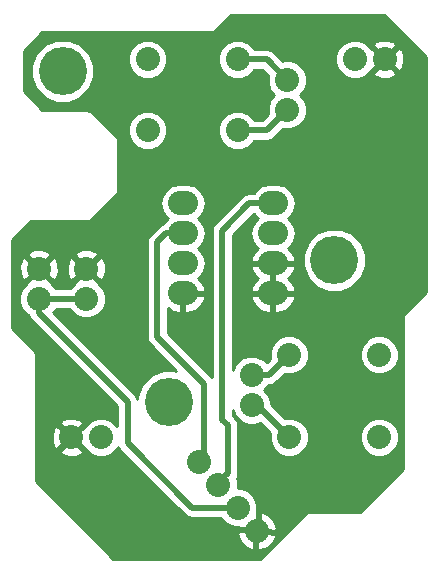
<source format=gbl>
G04 #@! TF.FileFunction,Copper,L2,Bot,Signal*
%FSLAX46Y46*%
G04 Gerber Fmt 4.6, Leading zero omitted, Abs format (unit mm)*
G04 Created by KiCad (PCBNEW 4.0.2-stable) date 05/06/2017 19:07:13*
%MOMM*%
G01*
G04 APERTURE LIST*
%ADD10C,0.100000*%
%ADD11C,2.032000*%
%ADD12O,2.540000X2.032000*%
%ADD13C,4.064000*%
%ADD14C,0.500000*%
%ADD15C,0.254000*%
G04 APERTURE END LIST*
D10*
D11*
X24000000Y-47270000D03*
X24000000Y-44730000D03*
X28000000Y-47270000D03*
X28000000Y-44730000D03*
X33190000Y-27000000D03*
X40810000Y-27000000D03*
X52810000Y-59000000D03*
X45190000Y-59000000D03*
X45190000Y-52000000D03*
X52810000Y-52000000D03*
X40810000Y-33000000D03*
X33190000Y-33000000D03*
X37550979Y-61081371D03*
X39183660Y-63027124D03*
X40816340Y-64972876D03*
X42449021Y-66918629D03*
X26730000Y-59000000D03*
X29270000Y-59000000D03*
X53270000Y-27000000D03*
X50730000Y-27000000D03*
D12*
X43810000Y-39190000D03*
X43810000Y-41730000D03*
X43810000Y-44270000D03*
X43810000Y-46810000D03*
X36190000Y-46810000D03*
X36190000Y-44270000D03*
X36190000Y-41730000D03*
X36190000Y-39190000D03*
D11*
X45000000Y-28730000D03*
X45000000Y-31270000D03*
X42000000Y-53730000D03*
X42000000Y-56270000D03*
D13*
X26000000Y-28000000D03*
X35000000Y-56000000D03*
X49000000Y-44000000D03*
D14*
X40816340Y-64972876D02*
X36972876Y-64972876D01*
X24000000Y-48500000D02*
X24000000Y-47270000D01*
X31500000Y-56000000D02*
X24000000Y-48500000D01*
X31500000Y-59500000D02*
X31500000Y-56000000D01*
X36972876Y-64972876D02*
X31500000Y-59500000D01*
X28000000Y-47270000D02*
X24000000Y-47270000D01*
X40810000Y-27000000D02*
X43270000Y-27000000D01*
X43270000Y-27000000D02*
X45000000Y-28730000D01*
X42000000Y-56270000D02*
X42460000Y-56270000D01*
X42460000Y-56270000D02*
X45190000Y-59000000D01*
X39183660Y-63027124D02*
X39183660Y-62816340D01*
X41810000Y-39190000D02*
X43810000Y-39190000D01*
X39500000Y-41500000D02*
X41810000Y-39190000D01*
X39500000Y-57500000D02*
X39500000Y-41500000D01*
X40000000Y-58000000D02*
X39500000Y-57500000D01*
X40000000Y-62000000D02*
X40000000Y-58000000D01*
X39183660Y-62816340D02*
X40000000Y-62000000D01*
X40810000Y-33000000D02*
X43270000Y-33000000D01*
X43270000Y-33000000D02*
X45000000Y-31270000D01*
X36190000Y-41730000D02*
X34770000Y-41730000D01*
X38000000Y-60632350D02*
X37550979Y-61081371D01*
X38000000Y-54500000D02*
X38000000Y-60632350D01*
X34000000Y-50500000D02*
X38000000Y-54500000D01*
X34000000Y-42500000D02*
X34000000Y-50500000D01*
X34770000Y-41730000D02*
X34000000Y-42500000D01*
X42000000Y-53730000D02*
X43460000Y-53730000D01*
X43460000Y-53730000D02*
X45190000Y-52000000D01*
D15*
G36*
X56790000Y-46705908D02*
X54997954Y-48497954D01*
X54931816Y-48596937D01*
X54931816Y-27268358D01*
X54908014Y-26611981D01*
X54702622Y-26116120D01*
X54434107Y-26015498D01*
X54254502Y-26195103D01*
X54254502Y-25835893D01*
X54153880Y-25567378D01*
X53538358Y-25338184D01*
X52881981Y-25361986D01*
X52386120Y-25567378D01*
X52285498Y-25835893D01*
X53270000Y-26820395D01*
X54254502Y-25835893D01*
X54254502Y-26195103D01*
X53449605Y-27000000D01*
X54434107Y-27984502D01*
X54702622Y-27883880D01*
X54931816Y-27268358D01*
X54931816Y-48596937D01*
X54844046Y-48728295D01*
X54790000Y-49000000D01*
X54790000Y-61705908D01*
X54461286Y-62034622D01*
X54461286Y-58673037D01*
X54461286Y-51673037D01*
X54254502Y-51172580D01*
X54254502Y-28164107D01*
X53270000Y-27179605D01*
X53090395Y-27359210D01*
X53090395Y-27000000D01*
X52105893Y-26015498D01*
X52087083Y-26022546D01*
X51666437Y-25601166D01*
X51059845Y-25349287D01*
X50403037Y-25348714D01*
X49796005Y-25599534D01*
X49331166Y-26063563D01*
X49079287Y-26670155D01*
X49078714Y-27326963D01*
X49329534Y-27933995D01*
X49793563Y-28398834D01*
X50400155Y-28650713D01*
X51056963Y-28651286D01*
X51663995Y-28400466D01*
X52087565Y-27977633D01*
X52105893Y-27984502D01*
X53090395Y-27000000D01*
X53090395Y-27359210D01*
X52285498Y-28164107D01*
X52386120Y-28432622D01*
X53001642Y-28661816D01*
X53658019Y-28638014D01*
X54153880Y-28432622D01*
X54254502Y-28164107D01*
X54254502Y-51172580D01*
X54210466Y-51066005D01*
X53746437Y-50601166D01*
X53139845Y-50349287D01*
X52483037Y-50348714D01*
X51876005Y-50599534D01*
X51667461Y-50807714D01*
X51667461Y-43471828D01*
X51262290Y-42491240D01*
X50512706Y-41740346D01*
X49532826Y-41333465D01*
X48471828Y-41332539D01*
X47491240Y-41737710D01*
X46740346Y-42487294D01*
X46651286Y-42701774D01*
X46651286Y-30943037D01*
X46400466Y-30336005D01*
X46064867Y-29999821D01*
X46398834Y-29666437D01*
X46650713Y-29059845D01*
X46651286Y-28403037D01*
X46400466Y-27796005D01*
X45936437Y-27331166D01*
X45329845Y-27079287D01*
X44673037Y-27078714D01*
X44621562Y-27099982D01*
X43895790Y-26374210D01*
X43608675Y-26182367D01*
X43552484Y-26171189D01*
X43270000Y-26114999D01*
X43269994Y-26115000D01*
X42230710Y-26115000D01*
X42210466Y-26066005D01*
X41746437Y-25601166D01*
X41139845Y-25349287D01*
X40483037Y-25348714D01*
X39876005Y-25599534D01*
X39411166Y-26063563D01*
X39159287Y-26670155D01*
X39158714Y-27326963D01*
X39409534Y-27933995D01*
X39873563Y-28398834D01*
X40480155Y-28650713D01*
X41136963Y-28651286D01*
X41743995Y-28400466D01*
X42208834Y-27936437D01*
X42230192Y-27885000D01*
X42903420Y-27885000D01*
X43369616Y-28351196D01*
X43349287Y-28400155D01*
X43348714Y-29056963D01*
X43599534Y-29663995D01*
X43935132Y-30000178D01*
X43601166Y-30333563D01*
X43349287Y-30940155D01*
X43348714Y-31596963D01*
X43369982Y-31648437D01*
X42903420Y-32115000D01*
X42230710Y-32115000D01*
X42210466Y-32066005D01*
X41746437Y-31601166D01*
X41139845Y-31349287D01*
X40483037Y-31348714D01*
X39876005Y-31599534D01*
X39411166Y-32063563D01*
X39159287Y-32670155D01*
X39158714Y-33326963D01*
X39409534Y-33933995D01*
X39873563Y-34398834D01*
X40480155Y-34650713D01*
X41136963Y-34651286D01*
X41743995Y-34400466D01*
X42208834Y-33936437D01*
X42230192Y-33885000D01*
X43269994Y-33885000D01*
X43270000Y-33885001D01*
X43270000Y-33885000D01*
X43552484Y-33828810D01*
X43608674Y-33817633D01*
X43608675Y-33817633D01*
X43895790Y-33625790D01*
X44621196Y-32900383D01*
X44670155Y-32920713D01*
X45326963Y-32921286D01*
X45933995Y-32670466D01*
X46398834Y-32206437D01*
X46650713Y-31599845D01*
X46651286Y-30943037D01*
X46651286Y-42701774D01*
X46333465Y-43467174D01*
X46332539Y-44528172D01*
X46737710Y-45508760D01*
X47487294Y-46259654D01*
X48467174Y-46666535D01*
X49528172Y-46667461D01*
X50508760Y-46262290D01*
X51259654Y-45512706D01*
X51666535Y-44532826D01*
X51667461Y-43471828D01*
X51667461Y-50807714D01*
X51411166Y-51063563D01*
X51159287Y-51670155D01*
X51158714Y-52326963D01*
X51409534Y-52933995D01*
X51873563Y-53398834D01*
X52480155Y-53650713D01*
X53136963Y-53651286D01*
X53743995Y-53400466D01*
X54208834Y-52936437D01*
X54460713Y-52329845D01*
X54461286Y-51673037D01*
X54461286Y-58673037D01*
X54210466Y-58066005D01*
X53746437Y-57601166D01*
X53139845Y-57349287D01*
X52483037Y-57348714D01*
X51876005Y-57599534D01*
X51411166Y-58063563D01*
X51159287Y-58670155D01*
X51158714Y-59326963D01*
X51409534Y-59933995D01*
X51873563Y-60398834D01*
X52480155Y-60650713D01*
X53136963Y-60651286D01*
X53743995Y-60400466D01*
X54208834Y-59936437D01*
X54460713Y-59329845D01*
X54461286Y-58673037D01*
X54461286Y-62034622D01*
X53997954Y-62497954D01*
X53997951Y-62497957D01*
X51205908Y-65290000D01*
X47000000Y-65290000D01*
X46841286Y-65321570D01*
X46841286Y-58673037D01*
X46590466Y-58066005D01*
X46126437Y-57601166D01*
X45519845Y-57349287D01*
X44863037Y-57348714D01*
X44811562Y-57369982D01*
X43651053Y-56209473D01*
X43651286Y-55943037D01*
X43400466Y-55336005D01*
X43064867Y-54999821D01*
X43398834Y-54666437D01*
X43420192Y-54615000D01*
X43459994Y-54615000D01*
X43460000Y-54615001D01*
X43460000Y-54615000D01*
X43742484Y-54558810D01*
X43798674Y-54547633D01*
X43798675Y-54547633D01*
X44085790Y-54355790D01*
X44811196Y-53630383D01*
X44860155Y-53650713D01*
X45516963Y-53651286D01*
X46123995Y-53400466D01*
X46588834Y-52936437D01*
X46840713Y-52329845D01*
X46841286Y-51673037D01*
X46590466Y-51066005D01*
X46126437Y-50601166D01*
X45669975Y-50411626D01*
X45669975Y-47192944D01*
X45669975Y-46427056D01*
X45637926Y-46295523D01*
X45321236Y-45732370D01*
X45076326Y-45540000D01*
X45321236Y-45347630D01*
X45637926Y-44784477D01*
X45669975Y-44652944D01*
X45550835Y-44397000D01*
X43937000Y-44397000D01*
X43937000Y-45159000D01*
X43937000Y-45921000D01*
X43937000Y-46683000D01*
X45550835Y-46683000D01*
X45669975Y-46427056D01*
X45669975Y-47192944D01*
X45550835Y-46937000D01*
X43937000Y-46937000D01*
X43937000Y-48461000D01*
X44191000Y-48461000D01*
X44813143Y-48286724D01*
X45321236Y-47887630D01*
X45637926Y-47324477D01*
X45669975Y-47192944D01*
X45669975Y-50411626D01*
X45519845Y-50349287D01*
X44863037Y-50348714D01*
X44256005Y-50599534D01*
X43791166Y-51063563D01*
X43683000Y-51324055D01*
X43683000Y-48461000D01*
X43683000Y-46937000D01*
X43683000Y-46683000D01*
X43683000Y-45921000D01*
X43683000Y-45159000D01*
X43683000Y-44397000D01*
X42069165Y-44397000D01*
X41950025Y-44652944D01*
X41982074Y-44784477D01*
X42298764Y-45347630D01*
X42543673Y-45540000D01*
X42298764Y-45732370D01*
X41982074Y-46295523D01*
X41950025Y-46427056D01*
X42069165Y-46683000D01*
X43683000Y-46683000D01*
X43683000Y-46937000D01*
X42069165Y-46937000D01*
X41950025Y-47192944D01*
X41982074Y-47324477D01*
X42298764Y-47887630D01*
X42806857Y-48286724D01*
X43429000Y-48461000D01*
X43683000Y-48461000D01*
X43683000Y-51324055D01*
X43539287Y-51670155D01*
X43538714Y-52326963D01*
X43559982Y-52378437D01*
X43271553Y-52666867D01*
X42936437Y-52331166D01*
X42329845Y-52079287D01*
X41673037Y-52078714D01*
X41066005Y-52329534D01*
X40601166Y-52793563D01*
X40385000Y-53314148D01*
X40385000Y-41866579D01*
X42168157Y-40083421D01*
X42351246Y-40357433D01*
X42504748Y-40460000D01*
X42351246Y-40562567D01*
X41993354Y-41098190D01*
X41867679Y-41730000D01*
X41993354Y-42361810D01*
X42351246Y-42897433D01*
X42525781Y-43014053D01*
X42298764Y-43192370D01*
X41982074Y-43755523D01*
X41950025Y-43887056D01*
X42069165Y-44143000D01*
X43683000Y-44143000D01*
X43683000Y-44123000D01*
X43937000Y-44123000D01*
X43937000Y-44143000D01*
X45550835Y-44143000D01*
X45669975Y-43887056D01*
X45637926Y-43755523D01*
X45321236Y-43192370D01*
X45094218Y-43014053D01*
X45268754Y-42897433D01*
X45626646Y-42361810D01*
X45752321Y-41730000D01*
X45626646Y-41098190D01*
X45268754Y-40562567D01*
X45115251Y-40460000D01*
X45268754Y-40357433D01*
X45626646Y-39821810D01*
X45752321Y-39190000D01*
X45626646Y-38558190D01*
X45268754Y-38022567D01*
X44733131Y-37664675D01*
X44101321Y-37539000D01*
X43518679Y-37539000D01*
X42886869Y-37664675D01*
X42351246Y-38022567D01*
X42162530Y-38305000D01*
X41810000Y-38305000D01*
X41471325Y-38372367D01*
X41184210Y-38564210D01*
X41184207Y-38564213D01*
X38874210Y-40874210D01*
X38682367Y-41161325D01*
X38671189Y-41217515D01*
X38614999Y-41500000D01*
X38615000Y-41500005D01*
X38615000Y-53863420D01*
X38049975Y-53298395D01*
X38049975Y-47192944D01*
X37930835Y-46937000D01*
X36317000Y-46937000D01*
X36317000Y-48461000D01*
X36571000Y-48461000D01*
X37193143Y-48286724D01*
X37701236Y-47887630D01*
X38017926Y-47324477D01*
X38049975Y-47192944D01*
X38049975Y-53298395D01*
X34885000Y-50133420D01*
X34885000Y-48049623D01*
X35186857Y-48286724D01*
X35809000Y-48461000D01*
X36063000Y-48461000D01*
X36063000Y-46937000D01*
X36043000Y-46937000D01*
X36043000Y-46683000D01*
X36063000Y-46683000D01*
X36063000Y-46663000D01*
X36317000Y-46663000D01*
X36317000Y-46683000D01*
X37930835Y-46683000D01*
X38049975Y-46427056D01*
X38017926Y-46295523D01*
X37701236Y-45732370D01*
X37474218Y-45554053D01*
X37648754Y-45437433D01*
X38006646Y-44901810D01*
X38132321Y-44270000D01*
X38006646Y-43638190D01*
X37648754Y-43102567D01*
X37495251Y-43000000D01*
X37648754Y-42897433D01*
X38006646Y-42361810D01*
X38132321Y-41730000D01*
X38006646Y-41098190D01*
X37648754Y-40562567D01*
X37495251Y-40460000D01*
X37648754Y-40357433D01*
X38006646Y-39821810D01*
X38132321Y-39190000D01*
X38006646Y-38558190D01*
X37648754Y-38022567D01*
X37113131Y-37664675D01*
X36481321Y-37539000D01*
X35898679Y-37539000D01*
X35266869Y-37664675D01*
X34841286Y-37949040D01*
X34841286Y-32673037D01*
X34841286Y-26673037D01*
X34590466Y-26066005D01*
X34126437Y-25601166D01*
X33519845Y-25349287D01*
X32863037Y-25348714D01*
X32256005Y-25599534D01*
X31791166Y-26063563D01*
X31539287Y-26670155D01*
X31538714Y-27326963D01*
X31789534Y-27933995D01*
X32253563Y-28398834D01*
X32860155Y-28650713D01*
X33516963Y-28651286D01*
X34123995Y-28400466D01*
X34588834Y-27936437D01*
X34840713Y-27329845D01*
X34841286Y-26673037D01*
X34841286Y-32673037D01*
X34590466Y-32066005D01*
X34126437Y-31601166D01*
X33519845Y-31349287D01*
X32863037Y-31348714D01*
X32256005Y-31599534D01*
X31791166Y-32063563D01*
X31539287Y-32670155D01*
X31538714Y-33326963D01*
X31789534Y-33933995D01*
X32253563Y-34398834D01*
X32860155Y-34650713D01*
X33516963Y-34651286D01*
X34123995Y-34400466D01*
X34588834Y-33936437D01*
X34840713Y-33329845D01*
X34841286Y-32673037D01*
X34841286Y-37949040D01*
X34731246Y-38022567D01*
X34373354Y-38558190D01*
X34247679Y-39190000D01*
X34373354Y-39821810D01*
X34731246Y-40357433D01*
X34884748Y-40460000D01*
X34731246Y-40562567D01*
X34507663Y-40897182D01*
X34431325Y-40912367D01*
X34144210Y-41104210D01*
X34144207Y-41104213D01*
X33374210Y-41874210D01*
X33182367Y-42161325D01*
X33171189Y-42217515D01*
X33114999Y-42500000D01*
X33115000Y-42500005D01*
X33115000Y-50499994D01*
X33114999Y-50500000D01*
X33171189Y-50782484D01*
X33182367Y-50838675D01*
X33374210Y-51125790D01*
X35616722Y-53368301D01*
X35532826Y-53333465D01*
X34471828Y-53332539D01*
X33491240Y-53737710D01*
X32740346Y-54487294D01*
X32333465Y-55467174D01*
X32333227Y-55739721D01*
X32317633Y-55661325D01*
X32125790Y-55374210D01*
X32125786Y-55374207D01*
X29661816Y-52910236D01*
X29661816Y-44998358D01*
X29638014Y-44341981D01*
X29432622Y-43846120D01*
X29164107Y-43745498D01*
X28984502Y-43925103D01*
X28984502Y-43565893D01*
X28883880Y-43297378D01*
X28268358Y-43068184D01*
X27611981Y-43091986D01*
X27116120Y-43297378D01*
X27015498Y-43565893D01*
X28000000Y-44550395D01*
X28984502Y-43565893D01*
X28984502Y-43925103D01*
X28179605Y-44730000D01*
X29164107Y-45714502D01*
X29432622Y-45613880D01*
X29661816Y-44998358D01*
X29661816Y-52910236D01*
X25178233Y-48426653D01*
X25398834Y-48206437D01*
X25420192Y-48155000D01*
X26579289Y-48155000D01*
X26599534Y-48203995D01*
X27063563Y-48668834D01*
X27670155Y-48920713D01*
X28326963Y-48921286D01*
X28933995Y-48670466D01*
X29398834Y-48206437D01*
X29650713Y-47599845D01*
X29651286Y-46943037D01*
X29400466Y-46336005D01*
X28977633Y-45912434D01*
X28984502Y-45894107D01*
X28000000Y-44909605D01*
X27820395Y-45089210D01*
X27820395Y-44730000D01*
X26835893Y-43745498D01*
X26567378Y-43846120D01*
X26338184Y-44461642D01*
X26361986Y-45118019D01*
X26567378Y-45613880D01*
X26835893Y-45714502D01*
X27820395Y-44730000D01*
X27820395Y-45089210D01*
X27015498Y-45894107D01*
X27022546Y-45912916D01*
X26601166Y-46333563D01*
X26579807Y-46385000D01*
X25661816Y-46385000D01*
X25661816Y-44998358D01*
X25638014Y-44341981D01*
X25432622Y-43846120D01*
X25164107Y-43745498D01*
X24984502Y-43925103D01*
X24984502Y-43565893D01*
X24883880Y-43297378D01*
X24268358Y-43068184D01*
X23611981Y-43091986D01*
X23116120Y-43297378D01*
X23015498Y-43565893D01*
X24000000Y-44550395D01*
X24984502Y-43565893D01*
X24984502Y-43925103D01*
X24179605Y-44730000D01*
X25164107Y-45714502D01*
X25432622Y-45613880D01*
X25661816Y-44998358D01*
X25661816Y-46385000D01*
X25420710Y-46385000D01*
X25400466Y-46336005D01*
X24977633Y-45912434D01*
X24984502Y-45894107D01*
X24000000Y-44909605D01*
X23820395Y-45089210D01*
X23820395Y-44730000D01*
X22835893Y-43745498D01*
X22567378Y-43846120D01*
X22338184Y-44461642D01*
X22361986Y-45118019D01*
X22567378Y-45613880D01*
X22835893Y-45714502D01*
X23820395Y-44730000D01*
X23820395Y-45089210D01*
X23015498Y-45894107D01*
X23022546Y-45912916D01*
X22601166Y-46333563D01*
X22349287Y-46940155D01*
X22348714Y-47596963D01*
X22599534Y-48203995D01*
X23063563Y-48668834D01*
X23156237Y-48707315D01*
X23171189Y-48782484D01*
X23182367Y-48838675D01*
X23374210Y-49125790D01*
X30615000Y-56366579D01*
X30615000Y-58010442D01*
X30206437Y-57601166D01*
X29599845Y-57349287D01*
X28943037Y-57348714D01*
X28336005Y-57599534D01*
X27912434Y-58022366D01*
X27894107Y-58015498D01*
X27714502Y-58195103D01*
X27714502Y-57835893D01*
X27613880Y-57567378D01*
X26998358Y-57338184D01*
X26341981Y-57361986D01*
X25846120Y-57567378D01*
X25745498Y-57835893D01*
X26730000Y-58820395D01*
X27714502Y-57835893D01*
X27714502Y-58195103D01*
X26909605Y-59000000D01*
X27894107Y-59984502D01*
X27912916Y-59977453D01*
X28333563Y-60398834D01*
X28940155Y-60650713D01*
X29596963Y-60651286D01*
X30203995Y-60400466D01*
X30668834Y-59936437D01*
X30699056Y-59863652D01*
X30874210Y-60125790D01*
X36347083Y-65598662D01*
X36347086Y-65598666D01*
X36634201Y-65790509D01*
X36972876Y-65857876D01*
X39395629Y-65857876D01*
X39415874Y-65906871D01*
X39879903Y-66371710D01*
X40486495Y-66623589D01*
X40933956Y-66623979D01*
X40946575Y-66659697D01*
X42112484Y-66761700D01*
X42255272Y-66904488D01*
X42434880Y-66724880D01*
X42346241Y-66636241D01*
X42454920Y-65394046D01*
X42434030Y-65382247D01*
X42467053Y-65302721D01*
X42467626Y-64645913D01*
X42216806Y-64038881D01*
X41752777Y-63574042D01*
X41146185Y-63322163D01*
X40834403Y-63321891D01*
X40834946Y-62700161D01*
X40736039Y-62460788D01*
X40817633Y-62338675D01*
X40885000Y-62000000D01*
X40885001Y-62000000D01*
X40885000Y-61999994D01*
X40885000Y-58000000D01*
X40884999Y-57999999D01*
X40885000Y-57999999D01*
X40817633Y-57661325D01*
X40625790Y-57374210D01*
X40625786Y-57374207D01*
X40385000Y-57133420D01*
X40385000Y-56684782D01*
X40599534Y-57203995D01*
X41063563Y-57668834D01*
X41670155Y-57920713D01*
X42326963Y-57921286D01*
X42703942Y-57765521D01*
X43559616Y-58621195D01*
X43539287Y-58670155D01*
X43538714Y-59326963D01*
X43789534Y-59933995D01*
X44253563Y-60398834D01*
X44860155Y-60650713D01*
X45516963Y-60651286D01*
X46123995Y-60400466D01*
X46588834Y-59936437D01*
X46840713Y-59329845D01*
X46841286Y-58673037D01*
X46841286Y-65321570D01*
X46728295Y-65344046D01*
X46497954Y-65497954D01*
X44114620Y-67881288D01*
X44114620Y-66674849D01*
X43894543Y-66056008D01*
X43454399Y-65568494D01*
X42978326Y-65320666D01*
X42707953Y-65416183D01*
X42586607Y-66803181D01*
X43973604Y-66924528D01*
X44114620Y-66674849D01*
X44114620Y-67881288D01*
X44046984Y-67948924D01*
X44046984Y-67447934D01*
X43951467Y-67177561D01*
X42564469Y-67056215D01*
X42443122Y-68443212D01*
X42692801Y-68584228D01*
X43311642Y-68364151D01*
X43799156Y-67924007D01*
X44046984Y-67447934D01*
X44046984Y-67948924D01*
X42705908Y-69290000D01*
X42311435Y-69290000D01*
X42311435Y-67034077D01*
X40924438Y-66912730D01*
X40783422Y-67162409D01*
X41003499Y-67781250D01*
X41443643Y-68268764D01*
X41919716Y-68516592D01*
X42190089Y-68421075D01*
X42311435Y-67034077D01*
X42311435Y-69290000D01*
X40000000Y-69290000D01*
X30294091Y-69290000D01*
X27714502Y-66710410D01*
X27714502Y-60164107D01*
X26730000Y-59179605D01*
X26550395Y-59359210D01*
X26550395Y-59000000D01*
X25565893Y-58015498D01*
X25297378Y-58116120D01*
X25068184Y-58731642D01*
X25091986Y-59388019D01*
X25297378Y-59883880D01*
X25565893Y-59984502D01*
X26550395Y-59000000D01*
X26550395Y-59359210D01*
X25745498Y-60164107D01*
X25846120Y-60432622D01*
X26461642Y-60661816D01*
X27118019Y-60638014D01*
X27613880Y-60432622D01*
X27714502Y-60164107D01*
X27714502Y-66710410D01*
X23710000Y-62705908D01*
X23710000Y-52000000D01*
X23655954Y-51728295D01*
X23502046Y-51497954D01*
X21710000Y-49705908D01*
X21710000Y-42294092D01*
X23294092Y-40710000D01*
X27000000Y-40710000D01*
X28000000Y-40710000D01*
X28271705Y-40655954D01*
X28502046Y-40502046D01*
X30502046Y-38502046D01*
X30655954Y-38271705D01*
X30710000Y-38000000D01*
X30710000Y-34000000D01*
X30655954Y-33728295D01*
X30502046Y-33497954D01*
X28667461Y-31663369D01*
X28667461Y-27471828D01*
X28262290Y-26491240D01*
X27512706Y-25740346D01*
X26532826Y-25333465D01*
X25471828Y-25332539D01*
X24491240Y-25737710D01*
X23740346Y-26487294D01*
X23333465Y-27467174D01*
X23332539Y-28528172D01*
X23737710Y-29508760D01*
X24487294Y-30259654D01*
X25467174Y-30666535D01*
X26528172Y-30667461D01*
X27508760Y-30262290D01*
X28259654Y-29512706D01*
X28666535Y-28532826D01*
X28667461Y-27471828D01*
X28667461Y-31663369D01*
X28502046Y-31497954D01*
X28271705Y-31344046D01*
X28000000Y-31290000D01*
X26000000Y-31290000D01*
X24294092Y-31290000D01*
X22710000Y-29705908D01*
X22710000Y-26294092D01*
X24294092Y-24710000D01*
X38500000Y-24710000D01*
X38771705Y-24655954D01*
X39002046Y-24502046D01*
X40294092Y-23210000D01*
X53205908Y-23210000D01*
X55997951Y-26002042D01*
X55997954Y-26002046D01*
X56790000Y-26794091D01*
X56790000Y-46705908D01*
X56790000Y-46705908D01*
G37*
X56790000Y-46705908D02*
X54997954Y-48497954D01*
X54931816Y-48596937D01*
X54931816Y-27268358D01*
X54908014Y-26611981D01*
X54702622Y-26116120D01*
X54434107Y-26015498D01*
X54254502Y-26195103D01*
X54254502Y-25835893D01*
X54153880Y-25567378D01*
X53538358Y-25338184D01*
X52881981Y-25361986D01*
X52386120Y-25567378D01*
X52285498Y-25835893D01*
X53270000Y-26820395D01*
X54254502Y-25835893D01*
X54254502Y-26195103D01*
X53449605Y-27000000D01*
X54434107Y-27984502D01*
X54702622Y-27883880D01*
X54931816Y-27268358D01*
X54931816Y-48596937D01*
X54844046Y-48728295D01*
X54790000Y-49000000D01*
X54790000Y-61705908D01*
X54461286Y-62034622D01*
X54461286Y-58673037D01*
X54461286Y-51673037D01*
X54254502Y-51172580D01*
X54254502Y-28164107D01*
X53270000Y-27179605D01*
X53090395Y-27359210D01*
X53090395Y-27000000D01*
X52105893Y-26015498D01*
X52087083Y-26022546D01*
X51666437Y-25601166D01*
X51059845Y-25349287D01*
X50403037Y-25348714D01*
X49796005Y-25599534D01*
X49331166Y-26063563D01*
X49079287Y-26670155D01*
X49078714Y-27326963D01*
X49329534Y-27933995D01*
X49793563Y-28398834D01*
X50400155Y-28650713D01*
X51056963Y-28651286D01*
X51663995Y-28400466D01*
X52087565Y-27977633D01*
X52105893Y-27984502D01*
X53090395Y-27000000D01*
X53090395Y-27359210D01*
X52285498Y-28164107D01*
X52386120Y-28432622D01*
X53001642Y-28661816D01*
X53658019Y-28638014D01*
X54153880Y-28432622D01*
X54254502Y-28164107D01*
X54254502Y-51172580D01*
X54210466Y-51066005D01*
X53746437Y-50601166D01*
X53139845Y-50349287D01*
X52483037Y-50348714D01*
X51876005Y-50599534D01*
X51667461Y-50807714D01*
X51667461Y-43471828D01*
X51262290Y-42491240D01*
X50512706Y-41740346D01*
X49532826Y-41333465D01*
X48471828Y-41332539D01*
X47491240Y-41737710D01*
X46740346Y-42487294D01*
X46651286Y-42701774D01*
X46651286Y-30943037D01*
X46400466Y-30336005D01*
X46064867Y-29999821D01*
X46398834Y-29666437D01*
X46650713Y-29059845D01*
X46651286Y-28403037D01*
X46400466Y-27796005D01*
X45936437Y-27331166D01*
X45329845Y-27079287D01*
X44673037Y-27078714D01*
X44621562Y-27099982D01*
X43895790Y-26374210D01*
X43608675Y-26182367D01*
X43552484Y-26171189D01*
X43270000Y-26114999D01*
X43269994Y-26115000D01*
X42230710Y-26115000D01*
X42210466Y-26066005D01*
X41746437Y-25601166D01*
X41139845Y-25349287D01*
X40483037Y-25348714D01*
X39876005Y-25599534D01*
X39411166Y-26063563D01*
X39159287Y-26670155D01*
X39158714Y-27326963D01*
X39409534Y-27933995D01*
X39873563Y-28398834D01*
X40480155Y-28650713D01*
X41136963Y-28651286D01*
X41743995Y-28400466D01*
X42208834Y-27936437D01*
X42230192Y-27885000D01*
X42903420Y-27885000D01*
X43369616Y-28351196D01*
X43349287Y-28400155D01*
X43348714Y-29056963D01*
X43599534Y-29663995D01*
X43935132Y-30000178D01*
X43601166Y-30333563D01*
X43349287Y-30940155D01*
X43348714Y-31596963D01*
X43369982Y-31648437D01*
X42903420Y-32115000D01*
X42230710Y-32115000D01*
X42210466Y-32066005D01*
X41746437Y-31601166D01*
X41139845Y-31349287D01*
X40483037Y-31348714D01*
X39876005Y-31599534D01*
X39411166Y-32063563D01*
X39159287Y-32670155D01*
X39158714Y-33326963D01*
X39409534Y-33933995D01*
X39873563Y-34398834D01*
X40480155Y-34650713D01*
X41136963Y-34651286D01*
X41743995Y-34400466D01*
X42208834Y-33936437D01*
X42230192Y-33885000D01*
X43269994Y-33885000D01*
X43270000Y-33885001D01*
X43270000Y-33885000D01*
X43552484Y-33828810D01*
X43608674Y-33817633D01*
X43608675Y-33817633D01*
X43895790Y-33625790D01*
X44621196Y-32900383D01*
X44670155Y-32920713D01*
X45326963Y-32921286D01*
X45933995Y-32670466D01*
X46398834Y-32206437D01*
X46650713Y-31599845D01*
X46651286Y-30943037D01*
X46651286Y-42701774D01*
X46333465Y-43467174D01*
X46332539Y-44528172D01*
X46737710Y-45508760D01*
X47487294Y-46259654D01*
X48467174Y-46666535D01*
X49528172Y-46667461D01*
X50508760Y-46262290D01*
X51259654Y-45512706D01*
X51666535Y-44532826D01*
X51667461Y-43471828D01*
X51667461Y-50807714D01*
X51411166Y-51063563D01*
X51159287Y-51670155D01*
X51158714Y-52326963D01*
X51409534Y-52933995D01*
X51873563Y-53398834D01*
X52480155Y-53650713D01*
X53136963Y-53651286D01*
X53743995Y-53400466D01*
X54208834Y-52936437D01*
X54460713Y-52329845D01*
X54461286Y-51673037D01*
X54461286Y-58673037D01*
X54210466Y-58066005D01*
X53746437Y-57601166D01*
X53139845Y-57349287D01*
X52483037Y-57348714D01*
X51876005Y-57599534D01*
X51411166Y-58063563D01*
X51159287Y-58670155D01*
X51158714Y-59326963D01*
X51409534Y-59933995D01*
X51873563Y-60398834D01*
X52480155Y-60650713D01*
X53136963Y-60651286D01*
X53743995Y-60400466D01*
X54208834Y-59936437D01*
X54460713Y-59329845D01*
X54461286Y-58673037D01*
X54461286Y-62034622D01*
X53997954Y-62497954D01*
X53997951Y-62497957D01*
X51205908Y-65290000D01*
X47000000Y-65290000D01*
X46841286Y-65321570D01*
X46841286Y-58673037D01*
X46590466Y-58066005D01*
X46126437Y-57601166D01*
X45519845Y-57349287D01*
X44863037Y-57348714D01*
X44811562Y-57369982D01*
X43651053Y-56209473D01*
X43651286Y-55943037D01*
X43400466Y-55336005D01*
X43064867Y-54999821D01*
X43398834Y-54666437D01*
X43420192Y-54615000D01*
X43459994Y-54615000D01*
X43460000Y-54615001D01*
X43460000Y-54615000D01*
X43742484Y-54558810D01*
X43798674Y-54547633D01*
X43798675Y-54547633D01*
X44085790Y-54355790D01*
X44811196Y-53630383D01*
X44860155Y-53650713D01*
X45516963Y-53651286D01*
X46123995Y-53400466D01*
X46588834Y-52936437D01*
X46840713Y-52329845D01*
X46841286Y-51673037D01*
X46590466Y-51066005D01*
X46126437Y-50601166D01*
X45669975Y-50411626D01*
X45669975Y-47192944D01*
X45669975Y-46427056D01*
X45637926Y-46295523D01*
X45321236Y-45732370D01*
X45076326Y-45540000D01*
X45321236Y-45347630D01*
X45637926Y-44784477D01*
X45669975Y-44652944D01*
X45550835Y-44397000D01*
X43937000Y-44397000D01*
X43937000Y-45159000D01*
X43937000Y-45921000D01*
X43937000Y-46683000D01*
X45550835Y-46683000D01*
X45669975Y-46427056D01*
X45669975Y-47192944D01*
X45550835Y-46937000D01*
X43937000Y-46937000D01*
X43937000Y-48461000D01*
X44191000Y-48461000D01*
X44813143Y-48286724D01*
X45321236Y-47887630D01*
X45637926Y-47324477D01*
X45669975Y-47192944D01*
X45669975Y-50411626D01*
X45519845Y-50349287D01*
X44863037Y-50348714D01*
X44256005Y-50599534D01*
X43791166Y-51063563D01*
X43683000Y-51324055D01*
X43683000Y-48461000D01*
X43683000Y-46937000D01*
X43683000Y-46683000D01*
X43683000Y-45921000D01*
X43683000Y-45159000D01*
X43683000Y-44397000D01*
X42069165Y-44397000D01*
X41950025Y-44652944D01*
X41982074Y-44784477D01*
X42298764Y-45347630D01*
X42543673Y-45540000D01*
X42298764Y-45732370D01*
X41982074Y-46295523D01*
X41950025Y-46427056D01*
X42069165Y-46683000D01*
X43683000Y-46683000D01*
X43683000Y-46937000D01*
X42069165Y-46937000D01*
X41950025Y-47192944D01*
X41982074Y-47324477D01*
X42298764Y-47887630D01*
X42806857Y-48286724D01*
X43429000Y-48461000D01*
X43683000Y-48461000D01*
X43683000Y-51324055D01*
X43539287Y-51670155D01*
X43538714Y-52326963D01*
X43559982Y-52378437D01*
X43271553Y-52666867D01*
X42936437Y-52331166D01*
X42329845Y-52079287D01*
X41673037Y-52078714D01*
X41066005Y-52329534D01*
X40601166Y-52793563D01*
X40385000Y-53314148D01*
X40385000Y-41866579D01*
X42168157Y-40083421D01*
X42351246Y-40357433D01*
X42504748Y-40460000D01*
X42351246Y-40562567D01*
X41993354Y-41098190D01*
X41867679Y-41730000D01*
X41993354Y-42361810D01*
X42351246Y-42897433D01*
X42525781Y-43014053D01*
X42298764Y-43192370D01*
X41982074Y-43755523D01*
X41950025Y-43887056D01*
X42069165Y-44143000D01*
X43683000Y-44143000D01*
X43683000Y-44123000D01*
X43937000Y-44123000D01*
X43937000Y-44143000D01*
X45550835Y-44143000D01*
X45669975Y-43887056D01*
X45637926Y-43755523D01*
X45321236Y-43192370D01*
X45094218Y-43014053D01*
X45268754Y-42897433D01*
X45626646Y-42361810D01*
X45752321Y-41730000D01*
X45626646Y-41098190D01*
X45268754Y-40562567D01*
X45115251Y-40460000D01*
X45268754Y-40357433D01*
X45626646Y-39821810D01*
X45752321Y-39190000D01*
X45626646Y-38558190D01*
X45268754Y-38022567D01*
X44733131Y-37664675D01*
X44101321Y-37539000D01*
X43518679Y-37539000D01*
X42886869Y-37664675D01*
X42351246Y-38022567D01*
X42162530Y-38305000D01*
X41810000Y-38305000D01*
X41471325Y-38372367D01*
X41184210Y-38564210D01*
X41184207Y-38564213D01*
X38874210Y-40874210D01*
X38682367Y-41161325D01*
X38671189Y-41217515D01*
X38614999Y-41500000D01*
X38615000Y-41500005D01*
X38615000Y-53863420D01*
X38049975Y-53298395D01*
X38049975Y-47192944D01*
X37930835Y-46937000D01*
X36317000Y-46937000D01*
X36317000Y-48461000D01*
X36571000Y-48461000D01*
X37193143Y-48286724D01*
X37701236Y-47887630D01*
X38017926Y-47324477D01*
X38049975Y-47192944D01*
X38049975Y-53298395D01*
X34885000Y-50133420D01*
X34885000Y-48049623D01*
X35186857Y-48286724D01*
X35809000Y-48461000D01*
X36063000Y-48461000D01*
X36063000Y-46937000D01*
X36043000Y-46937000D01*
X36043000Y-46683000D01*
X36063000Y-46683000D01*
X36063000Y-46663000D01*
X36317000Y-46663000D01*
X36317000Y-46683000D01*
X37930835Y-46683000D01*
X38049975Y-46427056D01*
X38017926Y-46295523D01*
X37701236Y-45732370D01*
X37474218Y-45554053D01*
X37648754Y-45437433D01*
X38006646Y-44901810D01*
X38132321Y-44270000D01*
X38006646Y-43638190D01*
X37648754Y-43102567D01*
X37495251Y-43000000D01*
X37648754Y-42897433D01*
X38006646Y-42361810D01*
X38132321Y-41730000D01*
X38006646Y-41098190D01*
X37648754Y-40562567D01*
X37495251Y-40460000D01*
X37648754Y-40357433D01*
X38006646Y-39821810D01*
X38132321Y-39190000D01*
X38006646Y-38558190D01*
X37648754Y-38022567D01*
X37113131Y-37664675D01*
X36481321Y-37539000D01*
X35898679Y-37539000D01*
X35266869Y-37664675D01*
X34841286Y-37949040D01*
X34841286Y-32673037D01*
X34841286Y-26673037D01*
X34590466Y-26066005D01*
X34126437Y-25601166D01*
X33519845Y-25349287D01*
X32863037Y-25348714D01*
X32256005Y-25599534D01*
X31791166Y-26063563D01*
X31539287Y-26670155D01*
X31538714Y-27326963D01*
X31789534Y-27933995D01*
X32253563Y-28398834D01*
X32860155Y-28650713D01*
X33516963Y-28651286D01*
X34123995Y-28400466D01*
X34588834Y-27936437D01*
X34840713Y-27329845D01*
X34841286Y-26673037D01*
X34841286Y-32673037D01*
X34590466Y-32066005D01*
X34126437Y-31601166D01*
X33519845Y-31349287D01*
X32863037Y-31348714D01*
X32256005Y-31599534D01*
X31791166Y-32063563D01*
X31539287Y-32670155D01*
X31538714Y-33326963D01*
X31789534Y-33933995D01*
X32253563Y-34398834D01*
X32860155Y-34650713D01*
X33516963Y-34651286D01*
X34123995Y-34400466D01*
X34588834Y-33936437D01*
X34840713Y-33329845D01*
X34841286Y-32673037D01*
X34841286Y-37949040D01*
X34731246Y-38022567D01*
X34373354Y-38558190D01*
X34247679Y-39190000D01*
X34373354Y-39821810D01*
X34731246Y-40357433D01*
X34884748Y-40460000D01*
X34731246Y-40562567D01*
X34507663Y-40897182D01*
X34431325Y-40912367D01*
X34144210Y-41104210D01*
X34144207Y-41104213D01*
X33374210Y-41874210D01*
X33182367Y-42161325D01*
X33171189Y-42217515D01*
X33114999Y-42500000D01*
X33115000Y-42500005D01*
X33115000Y-50499994D01*
X33114999Y-50500000D01*
X33171189Y-50782484D01*
X33182367Y-50838675D01*
X33374210Y-51125790D01*
X35616722Y-53368301D01*
X35532826Y-53333465D01*
X34471828Y-53332539D01*
X33491240Y-53737710D01*
X32740346Y-54487294D01*
X32333465Y-55467174D01*
X32333227Y-55739721D01*
X32317633Y-55661325D01*
X32125790Y-55374210D01*
X32125786Y-55374207D01*
X29661816Y-52910236D01*
X29661816Y-44998358D01*
X29638014Y-44341981D01*
X29432622Y-43846120D01*
X29164107Y-43745498D01*
X28984502Y-43925103D01*
X28984502Y-43565893D01*
X28883880Y-43297378D01*
X28268358Y-43068184D01*
X27611981Y-43091986D01*
X27116120Y-43297378D01*
X27015498Y-43565893D01*
X28000000Y-44550395D01*
X28984502Y-43565893D01*
X28984502Y-43925103D01*
X28179605Y-44730000D01*
X29164107Y-45714502D01*
X29432622Y-45613880D01*
X29661816Y-44998358D01*
X29661816Y-52910236D01*
X25178233Y-48426653D01*
X25398834Y-48206437D01*
X25420192Y-48155000D01*
X26579289Y-48155000D01*
X26599534Y-48203995D01*
X27063563Y-48668834D01*
X27670155Y-48920713D01*
X28326963Y-48921286D01*
X28933995Y-48670466D01*
X29398834Y-48206437D01*
X29650713Y-47599845D01*
X29651286Y-46943037D01*
X29400466Y-46336005D01*
X28977633Y-45912434D01*
X28984502Y-45894107D01*
X28000000Y-44909605D01*
X27820395Y-45089210D01*
X27820395Y-44730000D01*
X26835893Y-43745498D01*
X26567378Y-43846120D01*
X26338184Y-44461642D01*
X26361986Y-45118019D01*
X26567378Y-45613880D01*
X26835893Y-45714502D01*
X27820395Y-44730000D01*
X27820395Y-45089210D01*
X27015498Y-45894107D01*
X27022546Y-45912916D01*
X26601166Y-46333563D01*
X26579807Y-46385000D01*
X25661816Y-46385000D01*
X25661816Y-44998358D01*
X25638014Y-44341981D01*
X25432622Y-43846120D01*
X25164107Y-43745498D01*
X24984502Y-43925103D01*
X24984502Y-43565893D01*
X24883880Y-43297378D01*
X24268358Y-43068184D01*
X23611981Y-43091986D01*
X23116120Y-43297378D01*
X23015498Y-43565893D01*
X24000000Y-44550395D01*
X24984502Y-43565893D01*
X24984502Y-43925103D01*
X24179605Y-44730000D01*
X25164107Y-45714502D01*
X25432622Y-45613880D01*
X25661816Y-44998358D01*
X25661816Y-46385000D01*
X25420710Y-46385000D01*
X25400466Y-46336005D01*
X24977633Y-45912434D01*
X24984502Y-45894107D01*
X24000000Y-44909605D01*
X23820395Y-45089210D01*
X23820395Y-44730000D01*
X22835893Y-43745498D01*
X22567378Y-43846120D01*
X22338184Y-44461642D01*
X22361986Y-45118019D01*
X22567378Y-45613880D01*
X22835893Y-45714502D01*
X23820395Y-44730000D01*
X23820395Y-45089210D01*
X23015498Y-45894107D01*
X23022546Y-45912916D01*
X22601166Y-46333563D01*
X22349287Y-46940155D01*
X22348714Y-47596963D01*
X22599534Y-48203995D01*
X23063563Y-48668834D01*
X23156237Y-48707315D01*
X23171189Y-48782484D01*
X23182367Y-48838675D01*
X23374210Y-49125790D01*
X30615000Y-56366579D01*
X30615000Y-58010442D01*
X30206437Y-57601166D01*
X29599845Y-57349287D01*
X28943037Y-57348714D01*
X28336005Y-57599534D01*
X27912434Y-58022366D01*
X27894107Y-58015498D01*
X27714502Y-58195103D01*
X27714502Y-57835893D01*
X27613880Y-57567378D01*
X26998358Y-57338184D01*
X26341981Y-57361986D01*
X25846120Y-57567378D01*
X25745498Y-57835893D01*
X26730000Y-58820395D01*
X27714502Y-57835893D01*
X27714502Y-58195103D01*
X26909605Y-59000000D01*
X27894107Y-59984502D01*
X27912916Y-59977453D01*
X28333563Y-60398834D01*
X28940155Y-60650713D01*
X29596963Y-60651286D01*
X30203995Y-60400466D01*
X30668834Y-59936437D01*
X30699056Y-59863652D01*
X30874210Y-60125790D01*
X36347083Y-65598662D01*
X36347086Y-65598666D01*
X36634201Y-65790509D01*
X36972876Y-65857876D01*
X39395629Y-65857876D01*
X39415874Y-65906871D01*
X39879903Y-66371710D01*
X40486495Y-66623589D01*
X40933956Y-66623979D01*
X40946575Y-66659697D01*
X42112484Y-66761700D01*
X42255272Y-66904488D01*
X42434880Y-66724880D01*
X42346241Y-66636241D01*
X42454920Y-65394046D01*
X42434030Y-65382247D01*
X42467053Y-65302721D01*
X42467626Y-64645913D01*
X42216806Y-64038881D01*
X41752777Y-63574042D01*
X41146185Y-63322163D01*
X40834403Y-63321891D01*
X40834946Y-62700161D01*
X40736039Y-62460788D01*
X40817633Y-62338675D01*
X40885000Y-62000000D01*
X40885001Y-62000000D01*
X40885000Y-61999994D01*
X40885000Y-58000000D01*
X40884999Y-57999999D01*
X40885000Y-57999999D01*
X40817633Y-57661325D01*
X40625790Y-57374210D01*
X40625786Y-57374207D01*
X40385000Y-57133420D01*
X40385000Y-56684782D01*
X40599534Y-57203995D01*
X41063563Y-57668834D01*
X41670155Y-57920713D01*
X42326963Y-57921286D01*
X42703942Y-57765521D01*
X43559616Y-58621195D01*
X43539287Y-58670155D01*
X43538714Y-59326963D01*
X43789534Y-59933995D01*
X44253563Y-60398834D01*
X44860155Y-60650713D01*
X45516963Y-60651286D01*
X46123995Y-60400466D01*
X46588834Y-59936437D01*
X46840713Y-59329845D01*
X46841286Y-58673037D01*
X46841286Y-65321570D01*
X46728295Y-65344046D01*
X46497954Y-65497954D01*
X44114620Y-67881288D01*
X44114620Y-66674849D01*
X43894543Y-66056008D01*
X43454399Y-65568494D01*
X42978326Y-65320666D01*
X42707953Y-65416183D01*
X42586607Y-66803181D01*
X43973604Y-66924528D01*
X44114620Y-66674849D01*
X44114620Y-67881288D01*
X44046984Y-67948924D01*
X44046984Y-67447934D01*
X43951467Y-67177561D01*
X42564469Y-67056215D01*
X42443122Y-68443212D01*
X42692801Y-68584228D01*
X43311642Y-68364151D01*
X43799156Y-67924007D01*
X44046984Y-67447934D01*
X44046984Y-67948924D01*
X42705908Y-69290000D01*
X42311435Y-69290000D01*
X42311435Y-67034077D01*
X40924438Y-66912730D01*
X40783422Y-67162409D01*
X41003499Y-67781250D01*
X41443643Y-68268764D01*
X41919716Y-68516592D01*
X42190089Y-68421075D01*
X42311435Y-67034077D01*
X42311435Y-69290000D01*
X40000000Y-69290000D01*
X30294091Y-69290000D01*
X27714502Y-66710410D01*
X27714502Y-60164107D01*
X26730000Y-59179605D01*
X26550395Y-59359210D01*
X26550395Y-59000000D01*
X25565893Y-58015498D01*
X25297378Y-58116120D01*
X25068184Y-58731642D01*
X25091986Y-59388019D01*
X25297378Y-59883880D01*
X25565893Y-59984502D01*
X26550395Y-59000000D01*
X26550395Y-59359210D01*
X25745498Y-60164107D01*
X25846120Y-60432622D01*
X26461642Y-60661816D01*
X27118019Y-60638014D01*
X27613880Y-60432622D01*
X27714502Y-60164107D01*
X27714502Y-66710410D01*
X23710000Y-62705908D01*
X23710000Y-52000000D01*
X23655954Y-51728295D01*
X23502046Y-51497954D01*
X21710000Y-49705908D01*
X21710000Y-42294092D01*
X23294092Y-40710000D01*
X27000000Y-40710000D01*
X28000000Y-40710000D01*
X28271705Y-40655954D01*
X28502046Y-40502046D01*
X30502046Y-38502046D01*
X30655954Y-38271705D01*
X30710000Y-38000000D01*
X30710000Y-34000000D01*
X30655954Y-33728295D01*
X30502046Y-33497954D01*
X28667461Y-31663369D01*
X28667461Y-27471828D01*
X28262290Y-26491240D01*
X27512706Y-25740346D01*
X26532826Y-25333465D01*
X25471828Y-25332539D01*
X24491240Y-25737710D01*
X23740346Y-26487294D01*
X23333465Y-27467174D01*
X23332539Y-28528172D01*
X23737710Y-29508760D01*
X24487294Y-30259654D01*
X25467174Y-30666535D01*
X26528172Y-30667461D01*
X27508760Y-30262290D01*
X28259654Y-29512706D01*
X28666535Y-28532826D01*
X28667461Y-27471828D01*
X28667461Y-31663369D01*
X28502046Y-31497954D01*
X28271705Y-31344046D01*
X28000000Y-31290000D01*
X26000000Y-31290000D01*
X24294092Y-31290000D01*
X22710000Y-29705908D01*
X22710000Y-26294092D01*
X24294092Y-24710000D01*
X38500000Y-24710000D01*
X38771705Y-24655954D01*
X39002046Y-24502046D01*
X40294092Y-23210000D01*
X53205908Y-23210000D01*
X55997951Y-26002042D01*
X55997954Y-26002046D01*
X56790000Y-26794091D01*
X56790000Y-46705908D01*
M02*

</source>
